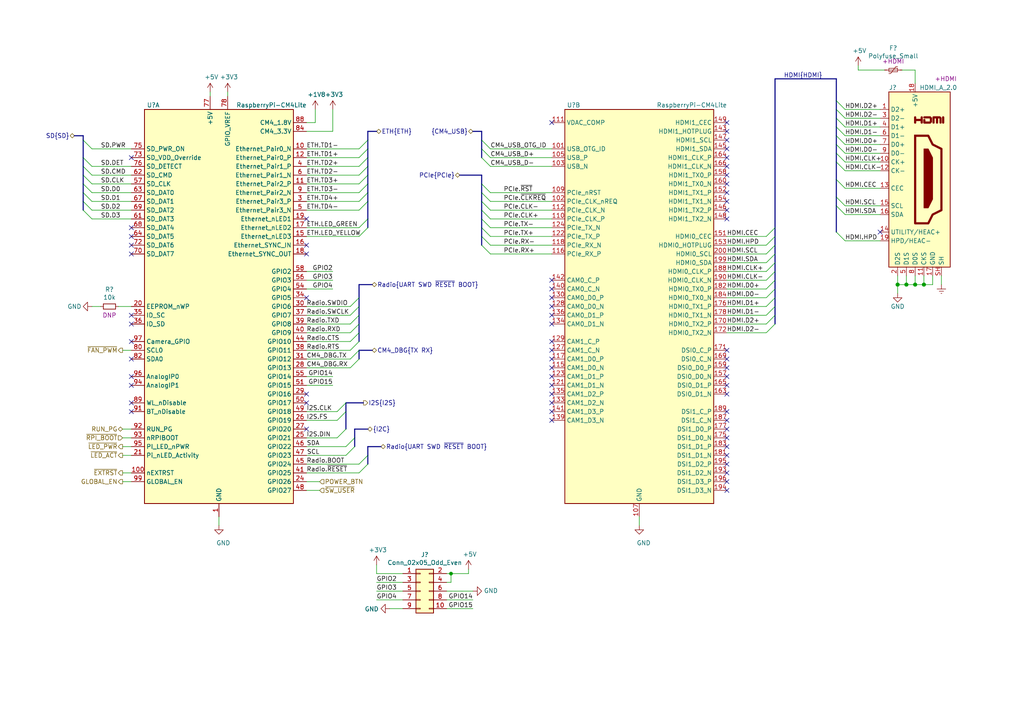
<source format=kicad_sch>
(kicad_sch (version 20201015) (generator eeschema)
  (paper "A4")
  (bus_alias "UART" (members "TXD" "RXD" "CTS" "RTS"))
  (bus_alias "HDMI" (members "D0+" "D0-" "D1+" "D1-" "D2+" "D2-" "CLK+" "CLK-" "CEC" "HPD" "SDA" "SCL"))
  (bus_alias "SD" (members "D[0..3]" "CMD" "CLK" "PWR" "DET"))
  (bus_alias "PCIe" (members "~RST" "~CLKREQ" "CLK+" "CLK-" "TX+" "TX-" "RX+" "RX-"))
  (junction (at 130.81 166.37) (diameter 0.9144))
  (junction (at 260.35 82.55) (diameter 1.016))
  (junction (at 262.89 82.55) (diameter 1.016))
  (junction (at 265.43 82.55) (diameter 1.016))
  (junction (at 267.97 82.55) (diameter 1.016))
  (no_connect (at 38.1 45.72))
  (no_connect (at 38.1 66.04))
  (no_connect (at 38.1 68.58))
  (no_connect (at 38.1 71.12))
  (no_connect (at 38.1 73.66))
  (no_connect (at 38.1 91.44))
  (no_connect (at 38.1 93.98))
  (no_connect (at 38.1 99.06))
  (no_connect (at 38.1 104.14))
  (no_connect (at 38.1 109.22))
  (no_connect (at 38.1 111.76))
  (no_connect (at 38.1 116.84))
  (no_connect (at 38.1 119.38))
  (no_connect (at 88.9 63.5))
  (no_connect (at 88.9 71.12))
  (no_connect (at 88.9 73.66))
  (no_connect (at 88.9 86.36))
  (no_connect (at 88.9 114.3))
  (no_connect (at 88.9 116.84))
  (no_connect (at 88.9 124.46))
  (no_connect (at 160.02 35.56))
  (no_connect (at 160.02 81.28))
  (no_connect (at 160.02 83.82))
  (no_connect (at 160.02 86.36))
  (no_connect (at 160.02 88.9))
  (no_connect (at 160.02 91.44))
  (no_connect (at 160.02 93.98))
  (no_connect (at 160.02 99.06))
  (no_connect (at 160.02 101.6))
  (no_connect (at 160.02 104.14))
  (no_connect (at 160.02 106.68))
  (no_connect (at 160.02 109.22))
  (no_connect (at 160.02 111.76))
  (no_connect (at 160.02 114.3))
  (no_connect (at 160.02 116.84))
  (no_connect (at 160.02 119.38))
  (no_connect (at 160.02 121.92))
  (no_connect (at 210.82 35.56))
  (no_connect (at 210.82 38.1))
  (no_connect (at 210.82 40.64))
  (no_connect (at 210.82 43.18))
  (no_connect (at 210.82 45.72))
  (no_connect (at 210.82 48.26))
  (no_connect (at 210.82 50.8))
  (no_connect (at 210.82 53.34))
  (no_connect (at 210.82 55.88))
  (no_connect (at 210.82 58.42))
  (no_connect (at 210.82 60.96))
  (no_connect (at 210.82 63.5))
  (no_connect (at 210.82 101.6))
  (no_connect (at 210.82 104.14))
  (no_connect (at 210.82 106.68))
  (no_connect (at 210.82 109.22))
  (no_connect (at 210.82 111.76))
  (no_connect (at 210.82 114.3))
  (no_connect (at 210.82 119.38))
  (no_connect (at 210.82 121.92))
  (no_connect (at 210.82 124.46))
  (no_connect (at 210.82 127))
  (no_connect (at 210.82 129.54))
  (no_connect (at 210.82 132.08))
  (no_connect (at 210.82 134.62))
  (no_connect (at 210.82 137.16))
  (no_connect (at 210.82 139.7))
  (no_connect (at 210.82 142.24))
  (no_connect (at 255.27 67.31))
  (bus_entry (at 24.13 40.64) (size 2.54 2.54) (stroke (width 0.1524)))
  (bus_entry (at 24.13 45.72) (size 2.54 2.54) (stroke (width 0.1524)))
  (bus_entry (at 24.13 48.26) (size 2.54 2.54) (stroke (width 0.1524)))
  (bus_entry (at 24.13 50.8) (size 2.54 2.54) (stroke (width 0.1524)))
  (bus_entry (at 24.13 53.34) (size 2.54 2.54) (stroke (width 0.1524)))
  (bus_entry (at 24.13 55.88) (size 2.54 2.54) (stroke (width 0.1524)))
  (bus_entry (at 24.13 58.42) (size 2.54 2.54) (stroke (width 0.1524)))
  (bus_entry (at 24.13 60.96) (size 2.54 2.54) (stroke (width 0.1524)))
  (bus_entry (at 100.33 116.84) (size -2.54 2.54) (stroke (width 0.1524)))
  (bus_entry (at 100.33 119.38) (size -2.54 2.54) (stroke (width 0.1524)))
  (bus_entry (at 100.33 124.46) (size -2.54 2.54) (stroke (width 0.1524)))
  (bus_entry (at 102.87 127) (size -2.54 2.54) (stroke (width 0.1524)))
  (bus_entry (at 102.87 129.54) (size -2.54 2.54) (stroke (width 0.1524)))
  (bus_entry (at 104.14 43.18) (size 2.54 -2.54) (stroke (width 0.1524)))
  (bus_entry (at 104.14 45.72) (size 2.54 -2.54) (stroke (width 0.1524)))
  (bus_entry (at 104.14 48.26) (size 2.54 -2.54) (stroke (width 0.1524)))
  (bus_entry (at 104.14 50.8) (size 2.54 -2.54) (stroke (width 0.1524)))
  (bus_entry (at 104.14 53.34) (size 2.54 -2.54) (stroke (width 0.1524)))
  (bus_entry (at 104.14 55.88) (size 2.54 -2.54) (stroke (width 0.1524)))
  (bus_entry (at 104.14 58.42) (size 2.54 -2.54) (stroke (width 0.1524)))
  (bus_entry (at 104.14 60.96) (size 2.54 -2.54) (stroke (width 0.1524)))
  (bus_entry (at 104.14 66.04) (size 2.54 -2.54) (stroke (width 0.1524)))
  (bus_entry (at 104.14 68.58) (size 2.54 -2.54) (stroke (width 0.1524)))
  (bus_entry (at 104.14 86.36) (size -2.54 2.54) (stroke (width 0.1524)))
  (bus_entry (at 104.14 88.9) (size -2.54 2.54) (stroke (width 0.1524)))
  (bus_entry (at 104.14 91.44) (size -2.54 2.54) (stroke (width 0.1524)))
  (bus_entry (at 104.14 93.98) (size -2.54 2.54) (stroke (width 0.1524)))
  (bus_entry (at 104.14 96.52) (size -2.54 2.54) (stroke (width 0.1524)))
  (bus_entry (at 104.14 99.06) (size -2.54 2.54) (stroke (width 0.1524)))
  (bus_entry (at 104.14 101.6) (size -2.54 2.54) (stroke (width 0.1524)))
  (bus_entry (at 104.14 104.14) (size -2.54 2.54) (stroke (width 0.1524)))
  (bus_entry (at 106.68 132.08) (size -2.54 2.54) (stroke (width 0.1524)))
  (bus_entry (at 106.68 134.62) (size -2.54 2.54) (stroke (width 0.1524)))
  (bus_entry (at 139.7 40.64) (size 2.54 2.54) (stroke (width 0.1524)))
  (bus_entry (at 139.7 43.18) (size 2.54 2.54) (stroke (width 0.1524)))
  (bus_entry (at 139.7 45.72) (size 2.54 2.54) (stroke (width 0.1524)))
  (bus_entry (at 139.7 53.34) (size 2.54 2.54) (stroke (width 0.1524)))
  (bus_entry (at 139.7 55.88) (size 2.54 2.54) (stroke (width 0.1524)))
  (bus_entry (at 139.7 58.42) (size 2.54 2.54) (stroke (width 0.1524)))
  (bus_entry (at 139.7 60.96) (size 2.54 2.54) (stroke (width 0.1524)))
  (bus_entry (at 139.7 63.5) (size 2.54 2.54) (stroke (width 0.1524)))
  (bus_entry (at 139.7 66.04) (size 2.54 2.54) (stroke (width 0.1524)))
  (bus_entry (at 139.7 68.58) (size 2.54 2.54) (stroke (width 0.1524)))
  (bus_entry (at 139.7 71.12) (size 2.54 2.54) (stroke (width 0.1524)))
  (bus_entry (at 224.79 66.04) (size -2.54 2.54) (stroke (width 0.1524)))
  (bus_entry (at 224.79 68.58) (size -2.54 2.54) (stroke (width 0.1524)))
  (bus_entry (at 224.79 71.12) (size -2.54 2.54) (stroke (width 0.1524)))
  (bus_entry (at 224.79 73.66) (size -2.54 2.54) (stroke (width 0.1524)))
  (bus_entry (at 224.79 76.2) (size -2.54 2.54) (stroke (width 0.1524)))
  (bus_entry (at 224.79 78.74) (size -2.54 2.54) (stroke (width 0.1524)))
  (bus_entry (at 224.79 81.28) (size -2.54 2.54) (stroke (width 0.1524)))
  (bus_entry (at 224.79 83.82) (size -2.54 2.54) (stroke (width 0.1524)))
  (bus_entry (at 224.79 86.36) (size -2.54 2.54) (stroke (width 0.1524)))
  (bus_entry (at 224.79 88.9) (size -2.54 2.54) (stroke (width 0.1524)))
  (bus_entry (at 224.79 91.44) (size -2.54 2.54) (stroke (width 0.1524)))
  (bus_entry (at 224.79 93.98) (size -2.54 2.54) (stroke (width 0.1524)))
  (bus_entry (at 242.57 29.21) (size 2.54 2.54) (stroke (width 0.1524)))
  (bus_entry (at 242.57 31.75) (size 2.54 2.54) (stroke (width 0.1524)))
  (bus_entry (at 242.57 34.29) (size 2.54 2.54) (stroke (width 0.1524)))
  (bus_entry (at 242.57 36.83) (size 2.54 2.54) (stroke (width 0.1524)))
  (bus_entry (at 242.57 39.37) (size 2.54 2.54) (stroke (width 0.1524)))
  (bus_entry (at 242.57 41.91) (size 2.54 2.54) (stroke (width 0.1524)))
  (bus_entry (at 242.57 44.45) (size 2.54 2.54) (stroke (width 0.1524)))
  (bus_entry (at 242.57 46.99) (size 2.54 2.54) (stroke (width 0.1524)))
  (bus_entry (at 242.57 52.07) (size 2.54 2.54) (stroke (width 0.1524)))
  (bus_entry (at 242.57 57.15) (size 2.54 2.54) (stroke (width 0.1524)))
  (bus_entry (at 242.57 59.69) (size 2.54 2.54) (stroke (width 0.1524)))
  (bus_entry (at 242.57 67.31) (size 2.54 2.54) (stroke (width 0.1524)))
  (wire (pts (xy 26.67 43.18) (xy 38.1 43.18)))
  (wire (pts (xy 26.67 48.26) (xy 38.1 48.26)))
  (wire (pts (xy 26.67 50.8) (xy 38.1 50.8)))
  (wire (pts (xy 26.67 53.34) (xy 38.1 53.34)))
  (wire (pts (xy 26.67 55.88) (xy 38.1 55.88)))
  (wire (pts (xy 26.67 58.42) (xy 38.1 58.42)))
  (wire (pts (xy 26.67 60.96) (xy 38.1 60.96)))
  (wire (pts (xy 26.67 63.5) (xy 38.1 63.5)))
  (wire (pts (xy 26.67 88.9) (xy 29.21 88.9)))
  (wire (pts (xy 34.29 88.9) (xy 38.1 88.9)))
  (wire (pts (xy 35.56 101.6) (xy 38.1 101.6)))
  (wire (pts (xy 35.56 124.46) (xy 38.1 124.46)))
  (wire (pts (xy 35.56 127) (xy 38.1 127)))
  (wire (pts (xy 35.56 129.54) (xy 38.1 129.54)))
  (wire (pts (xy 35.56 132.08) (xy 38.1 132.08)))
  (wire (pts (xy 35.56 137.16) (xy 38.1 137.16)))
  (wire (pts (xy 35.56 139.7) (xy 38.1 139.7)))
  (wire (pts (xy 60.96 26.67) (xy 60.96 27.94)))
  (wire (pts (xy 63.5 149.86) (xy 63.5 152.4)))
  (wire (pts (xy 66.04 26.67) (xy 66.04 27.94)))
  (wire (pts (xy 88.9 35.56) (xy 91.44 35.56)))
  (wire (pts (xy 88.9 38.1) (xy 96.52 38.1)))
  (wire (pts (xy 88.9 43.18) (xy 104.14 43.18)))
  (wire (pts (xy 88.9 45.72) (xy 104.14 45.72)))
  (wire (pts (xy 88.9 48.26) (xy 104.14 48.26)))
  (wire (pts (xy 88.9 50.8) (xy 104.14 50.8)))
  (wire (pts (xy 88.9 53.34) (xy 104.14 53.34)))
  (wire (pts (xy 88.9 55.88) (xy 104.14 55.88)))
  (wire (pts (xy 88.9 58.42) (xy 104.14 58.42)))
  (wire (pts (xy 88.9 60.96) (xy 104.14 60.96)))
  (wire (pts (xy 88.9 66.04) (xy 104.14 66.04)))
  (wire (pts (xy 88.9 68.58) (xy 104.14 68.58)))
  (wire (pts (xy 88.9 88.9) (xy 101.6 88.9)))
  (wire (pts (xy 88.9 91.44) (xy 101.6 91.44)))
  (wire (pts (xy 88.9 93.98) (xy 101.6 93.98)))
  (wire (pts (xy 88.9 96.52) (xy 101.6 96.52)))
  (wire (pts (xy 88.9 99.06) (xy 101.6 99.06)))
  (wire (pts (xy 88.9 101.6) (xy 101.6 101.6)))
  (wire (pts (xy 88.9 104.14) (xy 101.6 104.14)))
  (wire (pts (xy 88.9 106.68) (xy 101.6 106.68)))
  (wire (pts (xy 88.9 109.22) (xy 96.52 109.22)))
  (wire (pts (xy 88.9 111.76) (xy 96.52 111.76)))
  (wire (pts (xy 88.9 119.38) (xy 97.79 119.38)))
  (wire (pts (xy 88.9 121.92) (xy 97.79 121.92)))
  (wire (pts (xy 88.9 127) (xy 97.79 127)))
  (wire (pts (xy 88.9 129.54) (xy 100.33 129.54)))
  (wire (pts (xy 88.9 132.08) (xy 100.33 132.08)))
  (wire (pts (xy 88.9 134.62) (xy 104.14 134.62)))
  (wire (pts (xy 88.9 137.16) (xy 104.14 137.16)))
  (wire (pts (xy 88.9 139.7) (xy 92.71 139.7)))
  (wire (pts (xy 88.9 142.24) (xy 92.71 142.24)))
  (wire (pts (xy 91.44 35.56) (xy 91.44 31.75)))
  (wire (pts (xy 96.52 38.1) (xy 96.52 31.75)))
  (wire (pts (xy 96.52 78.74) (xy 88.9 78.74)))
  (wire (pts (xy 96.52 81.28) (xy 88.9 81.28)))
  (wire (pts (xy 96.52 83.82) (xy 88.9 83.82)))
  (wire (pts (xy 109.22 166.37) (xy 109.22 163.83)))
  (wire (pts (xy 109.22 168.91) (xy 116.84 168.91)))
  (wire (pts (xy 109.22 171.45) (xy 116.84 171.45)))
  (wire (pts (xy 109.22 173.99) (xy 116.84 173.99)))
  (wire (pts (xy 113.03 176.53) (xy 116.84 176.53)))
  (wire (pts (xy 116.84 166.37) (xy 109.22 166.37)))
  (wire (pts (xy 129.54 166.37) (xy 130.81 166.37)))
  (wire (pts (xy 129.54 168.91) (xy 130.81 168.91)))
  (wire (pts (xy 129.54 171.45) (xy 137.16 171.45)))
  (wire (pts (xy 129.54 173.99) (xy 137.16 173.99)))
  (wire (pts (xy 129.54 176.53) (xy 137.16 176.53)))
  (wire (pts (xy 130.81 166.37) (xy 135.89 166.37)))
  (wire (pts (xy 130.81 168.91) (xy 130.81 166.37)))
  (wire (pts (xy 135.89 166.37) (xy 135.89 165.1)))
  (wire (pts (xy 142.24 43.18) (xy 160.02 43.18)))
  (wire (pts (xy 142.24 45.72) (xy 160.02 45.72)))
  (wire (pts (xy 142.24 48.26) (xy 160.02 48.26)))
  (wire (pts (xy 142.24 55.88) (xy 160.02 55.88)))
  (wire (pts (xy 142.24 58.42) (xy 160.02 58.42)))
  (wire (pts (xy 142.24 60.96) (xy 160.02 60.96)))
  (wire (pts (xy 142.24 63.5) (xy 160.02 63.5)))
  (wire (pts (xy 142.24 66.04) (xy 160.02 66.04)))
  (wire (pts (xy 142.24 68.58) (xy 160.02 68.58)))
  (wire (pts (xy 142.24 71.12) (xy 160.02 71.12)))
  (wire (pts (xy 142.24 73.66) (xy 160.02 73.66)))
  (wire (pts (xy 185.42 149.86) (xy 185.42 152.4)))
  (wire (pts (xy 210.82 68.58) (xy 222.25 68.58)))
  (wire (pts (xy 210.82 71.12) (xy 222.25 71.12)))
  (wire (pts (xy 210.82 73.66) (xy 222.25 73.66)))
  (wire (pts (xy 210.82 76.2) (xy 222.25 76.2)))
  (wire (pts (xy 210.82 78.74) (xy 222.25 78.74)))
  (wire (pts (xy 210.82 81.28) (xy 222.25 81.28)))
  (wire (pts (xy 210.82 83.82) (xy 222.25 83.82)))
  (wire (pts (xy 210.82 86.36) (xy 222.25 86.36)))
  (wire (pts (xy 210.82 88.9) (xy 222.25 88.9)))
  (wire (pts (xy 210.82 91.44) (xy 222.25 91.44)))
  (wire (pts (xy 210.82 93.98) (xy 222.25 93.98)))
  (wire (pts (xy 210.82 96.52) (xy 222.25 96.52)))
  (wire (pts (xy 245.11 31.75) (xy 255.27 31.75)))
  (wire (pts (xy 245.11 34.29) (xy 255.27 34.29)))
  (wire (pts (xy 245.11 36.83) (xy 255.27 36.83)))
  (wire (pts (xy 245.11 39.37) (xy 255.27 39.37)))
  (wire (pts (xy 245.11 41.91) (xy 255.27 41.91)))
  (wire (pts (xy 245.11 44.45) (xy 255.27 44.45)))
  (wire (pts (xy 245.11 46.99) (xy 255.27 46.99)))
  (wire (pts (xy 245.11 49.53) (xy 255.27 49.53)))
  (wire (pts (xy 245.11 54.61) (xy 255.27 54.61)))
  (wire (pts (xy 245.11 59.69) (xy 255.27 59.69)))
  (wire (pts (xy 245.11 62.23) (xy 255.27 62.23)))
  (wire (pts (xy 245.11 69.85) (xy 255.27 69.85)))
  (wire (pts (xy 248.92 20.32) (xy 248.92 19.05)))
  (wire (pts (xy 256.54 20.32) (xy 248.92 20.32)))
  (wire (pts (xy 260.35 80.01) (xy 260.35 82.55)))
  (wire (pts (xy 260.35 82.55) (xy 260.35 85.09)))
  (wire (pts (xy 260.35 82.55) (xy 262.89 82.55)))
  (wire (pts (xy 262.89 82.55) (xy 262.89 80.01)))
  (wire (pts (xy 262.89 82.55) (xy 265.43 82.55)))
  (wire (pts (xy 265.43 20.32) (xy 261.62 20.32)))
  (wire (pts (xy 265.43 24.13) (xy 265.43 20.32)))
  (wire (pts (xy 265.43 82.55) (xy 265.43 80.01)))
  (wire (pts (xy 265.43 82.55) (xy 267.97 82.55)))
  (wire (pts (xy 267.97 82.55) (xy 267.97 80.01)))
  (wire (pts (xy 267.97 82.55) (xy 270.51 82.55)))
  (wire (pts (xy 270.51 82.55) (xy 270.51 80.01)))
  (wire (pts (xy 273.05 82.55) (xy 273.05 80.01)))
  (bus (pts (xy 21.59 39.37) (xy 24.13 39.37)))
  (bus (pts (xy 24.13 40.64) (xy 24.13 39.37)))
  (bus (pts (xy 24.13 45.72) (xy 24.13 40.64)))
  (bus (pts (xy 24.13 48.26) (xy 24.13 45.72)))
  (bus (pts (xy 24.13 50.8) (xy 24.13 48.26)))
  (bus (pts (xy 24.13 53.34) (xy 24.13 50.8)))
  (bus (pts (xy 24.13 55.88) (xy 24.13 53.34)))
  (bus (pts (xy 24.13 58.42) (xy 24.13 55.88)))
  (bus (pts (xy 24.13 60.96) (xy 24.13 58.42)))
  (bus (pts (xy 100.33 116.84) (xy 100.33 119.38)))
  (bus (pts (xy 100.33 119.38) (xy 100.33 124.46)))
  (bus (pts (xy 102.87 124.46) (xy 102.87 127)))
  (bus (pts (xy 102.87 127) (xy 102.87 129.54)))
  (bus (pts (xy 104.14 82.55) (xy 104.14 86.36)))
  (bus (pts (xy 104.14 86.36) (xy 104.14 88.9)))
  (bus (pts (xy 104.14 88.9) (xy 104.14 91.44)))
  (bus (pts (xy 104.14 91.44) (xy 104.14 93.98)))
  (bus (pts (xy 104.14 93.98) (xy 104.14 96.52)))
  (bus (pts (xy 104.14 96.52) (xy 104.14 99.06)))
  (bus (pts (xy 104.14 101.6) (xy 107.95 101.6)))
  (bus (pts (xy 104.14 104.14) (xy 104.14 101.6)))
  (bus (pts (xy 105.41 116.84) (xy 100.33 116.84)))
  (bus (pts (xy 106.68 38.1) (xy 109.22 38.1)))
  (bus (pts (xy 106.68 40.64) (xy 106.68 38.1)))
  (bus (pts (xy 106.68 43.18) (xy 106.68 40.64)))
  (bus (pts (xy 106.68 45.72) (xy 106.68 43.18)))
  (bus (pts (xy 106.68 48.26) (xy 106.68 45.72)))
  (bus (pts (xy 106.68 50.8) (xy 106.68 48.26)))
  (bus (pts (xy 106.68 53.34) (xy 106.68 50.8)))
  (bus (pts (xy 106.68 55.88) (xy 106.68 53.34)))
  (bus (pts (xy 106.68 58.42) (xy 106.68 55.88)))
  (bus (pts (xy 106.68 63.5) (xy 106.68 58.42)))
  (bus (pts (xy 106.68 66.04) (xy 106.68 63.5)))
  (bus (pts (xy 106.68 124.46) (xy 102.87 124.46)))
  (bus (pts (xy 106.68 129.54) (xy 106.68 132.08)))
  (bus (pts (xy 106.68 132.08) (xy 106.68 134.62)))
  (bus (pts (xy 107.95 82.55) (xy 104.14 82.55)))
  (bus (pts (xy 110.49 129.54) (xy 106.68 129.54)))
  (bus (pts (xy 133.35 50.8) (xy 139.7 50.8)))
  (bus (pts (xy 137.16 38.1) (xy 139.7 38.1)))
  (bus (pts (xy 139.7 40.64) (xy 139.7 38.1)))
  (bus (pts (xy 139.7 40.64) (xy 139.7 43.18)))
  (bus (pts (xy 139.7 43.18) (xy 139.7 45.72)))
  (bus (pts (xy 139.7 53.34) (xy 139.7 50.8)))
  (bus (pts (xy 139.7 53.34) (xy 139.7 55.88)))
  (bus (pts (xy 139.7 55.88) (xy 139.7 58.42)))
  (bus (pts (xy 139.7 58.42) (xy 139.7 60.96)))
  (bus (pts (xy 139.7 60.96) (xy 139.7 63.5)))
  (bus (pts (xy 139.7 63.5) (xy 139.7 66.04)))
  (bus (pts (xy 139.7 66.04) (xy 139.7 68.58)))
  (bus (pts (xy 139.7 68.58) (xy 139.7 71.12)))
  (bus (pts (xy 224.79 22.86) (xy 224.79 66.04)))
  (bus (pts (xy 224.79 66.04) (xy 224.79 68.58)))
  (bus (pts (xy 224.79 68.58) (xy 224.79 71.12)))
  (bus (pts (xy 224.79 71.12) (xy 224.79 73.66)))
  (bus (pts (xy 224.79 73.66) (xy 224.79 76.2)))
  (bus (pts (xy 224.79 76.2) (xy 224.79 78.74)))
  (bus (pts (xy 224.79 78.74) (xy 224.79 81.28)))
  (bus (pts (xy 224.79 81.28) (xy 224.79 83.82)))
  (bus (pts (xy 224.79 83.82) (xy 224.79 86.36)))
  (bus (pts (xy 224.79 86.36) (xy 224.79 88.9)))
  (bus (pts (xy 224.79 88.9) (xy 224.79 91.44)))
  (bus (pts (xy 224.79 91.44) (xy 224.79 93.98)))
  (bus (pts (xy 242.57 22.86) (xy 224.79 22.86)))
  (bus (pts (xy 242.57 29.21) (xy 242.57 22.86)))
  (bus (pts (xy 242.57 31.75) (xy 242.57 29.21)))
  (bus (pts (xy 242.57 34.29) (xy 242.57 31.75)))
  (bus (pts (xy 242.57 36.83) (xy 242.57 34.29)))
  (bus (pts (xy 242.57 39.37) (xy 242.57 36.83)))
  (bus (pts (xy 242.57 41.91) (xy 242.57 39.37)))
  (bus (pts (xy 242.57 44.45) (xy 242.57 41.91)))
  (bus (pts (xy 242.57 46.99) (xy 242.57 44.45)))
  (bus (pts (xy 242.57 52.07) (xy 242.57 46.99)))
  (bus (pts (xy 242.57 57.15) (xy 242.57 52.07)))
  (bus (pts (xy 242.57 59.69) (xy 242.57 57.15)))
  (bus (pts (xy 242.57 67.31) (xy 242.57 59.69)))
  (label "SD.PWR" (at 29.21 43.18 0))
  (label "SD.DET" (at 29.21 48.26 0))
  (label "SD.CMD" (at 29.21 50.8 0))
  (label "SD.CLK" (at 29.21 53.34 0))
  (label "SD.D0" (at 29.21 55.88 0))
  (label "SD.D1" (at 29.21 58.42 0))
  (label "SD.D2" (at 29.21 60.96 0))
  (label "SD.D3" (at 29.21 63.5 0))
  (label "ETH.TD1-" (at 88.9 43.18 0))
  (label "ETH.TD1+" (at 88.9 45.72 0))
  (label "ETH.TD2+" (at 88.9 48.26 0))
  (label "ETH.TD2-" (at 88.9 50.8 0))
  (label "ETH.TD3+" (at 88.9 53.34 0))
  (label "ETH.TD3-" (at 88.9 55.88 0))
  (label "ETH.TD4+" (at 88.9 58.42 0))
  (label "ETH.TD4-" (at 88.9 60.96 0))
  (label "ETH.LED_GREEN" (at 88.9 66.04 0))
  (label "ETH.LED_YELLOW" (at 88.9 68.58 0))
  (label "Radio.SWDIO" (at 88.9 88.9 0))
  (label "Radio.SWCLK" (at 88.9 91.44 0))
  (label "Radio.TXD" (at 88.9 93.98 0))
  (label "Radio.RXD" (at 88.9 96.52 0))
  (label "Radio.CTS" (at 88.9 99.06 0))
  (label "Radio.RTS" (at 88.9 101.6 0))
  (label "CM4_DBG.TX" (at 88.9 104.14 0))
  (label "CM4_DBG.RX" (at 88.9 106.68 0))
  (label "I2S.CLK" (at 88.9 119.38 0))
  (label "I2S.FS" (at 88.9 121.92 0))
  (label "I2S.DIN" (at 88.9 127 0))
  (label "Radio.BOOT" (at 88.9 134.62 0))
  (label "Radio.~RESET" (at 88.9 137.16 0))
  (label "SDA" (at 92.71 129.54 180))
  (label "SCL" (at 92.71 132.08 180))
  (label "GPIO2" (at 96.52 78.74 180))
  (label "GPIO3" (at 96.52 81.28 180))
  (label "GPIO4" (at 96.52 83.82 180))
  (label "GPIO14" (at 96.52 109.22 180))
  (label "GPIO15" (at 96.52 111.76 180))
  (label "GPIO2" (at 109.22 168.91 0))
  (label "GPIO3" (at 109.22 171.45 0))
  (label "GPIO4" (at 109.22 173.99 0))
  (label "GPIO14" (at 137.16 173.99 180))
  (label "GPIO15" (at 137.16 176.53 180))
  (label "CM4_USB_OTG_ID" (at 142.24 43.18 0))
  (label "CM4_USB_D+" (at 142.24 45.72 0))
  (label "CM4_USB_D-" (at 142.24 48.26 0))
  (label "PCIe.~RST" (at 146.05 55.88 0))
  (label "PCIe.~CLKREQ" (at 146.05 58.42 0))
  (label "PCIe.CLK-" (at 146.05 60.96 0))
  (label "PCIe.CLK+" (at 146.05 63.5 0))
  (label "PCIe.TX-" (at 146.05 66.04 0))
  (label "PCIe.TX+" (at 146.05 68.58 0))
  (label "PCIe.RX-" (at 146.05 71.12 0))
  (label "PCIe.RX+" (at 146.05 73.66 0))
  (label "HDMI.CEC" (at 210.82 68.58 0))
  (label "HDMI.HPD" (at 210.82 71.12 0))
  (label "HDMI.SCL" (at 210.82 73.66 0))
  (label "HDMI.SDA" (at 210.82 76.2 0))
  (label "HDMI.CLK+" (at 210.82 78.74 0))
  (label "HDMI.CLK-" (at 210.82 81.28 0))
  (label "HDMI.D0+" (at 210.82 83.82 0))
  (label "HDMI.D0-" (at 210.82 86.36 0))
  (label "HDMI.D1+" (at 210.82 88.9 0))
  (label "HDMI.D1-" (at 210.82 91.44 0))
  (label "HDMI.D2+" (at 210.82 93.98 0))
  (label "HDMI.D2-" (at 210.82 96.52 0))
  (label "HDMI{HDMI}" (at 227.33 22.86 0))
  (label "HDMI.D2+" (at 245.11 31.75 0))
  (label "HDMI.D2-" (at 245.11 34.29 0))
  (label "HDMI.D1+" (at 245.11 36.83 0))
  (label "HDMI.D1-" (at 245.11 39.37 0))
  (label "HDMI.D0+" (at 245.11 41.91 0))
  (label "HDMI.D0-" (at 245.11 44.45 0))
  (label "HDMI.CLK+" (at 245.11 46.99 0))
  (label "HDMI.CLK-" (at 245.11 49.53 0))
  (label "HDMI.CEC" (at 245.11 54.61 0))
  (label "HDMI.SCL" (at 245.11 59.69 0))
  (label "HDMI.SDA" (at 245.11 62.23 0))
  (label "HDMI.HPD" (at 245.11 69.85 0))
  (hierarchical_label "SD{SD}" (shape bidirectional) (at 21.59 39.37 180))
  (hierarchical_label "~FAN_PWM" (shape output) (at 35.56 101.6 180))
  (hierarchical_label "RUN_PG" (shape bidirectional) (at 35.56 124.46 180))
  (hierarchical_label "~RPI_BOOT" (shape input) (at 35.56 127 180))
  (hierarchical_label "~LED_PWR" (shape output) (at 35.56 129.54 180))
  (hierarchical_label "~LED_ACT" (shape output) (at 35.56 132.08 180))
  (hierarchical_label "~EXTRST" (shape output) (at 35.56 137.16 180))
  (hierarchical_label "GLOBAL_EN" (shape output) (at 35.56 139.7 180))
  (hierarchical_label "POWER_BTN" (shape input) (at 92.71 139.7 0))
  (hierarchical_label "~SW_USER" (shape input) (at 92.71 142.24 0))
  (hierarchical_label "I2S{I2S}" (shape output) (at 105.41 116.84 0))
  (hierarchical_label "{I2C}" (shape bidirectional) (at 106.68 124.46 0))
  (hierarchical_label "Radio{UART SWD ~RESET BOOT}" (shape bidirectional) (at 107.95 82.55 0))
  (hierarchical_label "CM4_DBG{TX RX}" (shape bidirectional) (at 107.95 101.6 0))
  (hierarchical_label "ETH{ETH}" (shape bidirectional) (at 109.22 38.1 0))
  (hierarchical_label "Radio{UART SWD ~RESET BOOT}" (shape bidirectional) (at 110.49 129.54 0))
  (hierarchical_label "PCIe{PCIe}" (shape bidirectional) (at 133.35 50.8 180))
  (hierarchical_label "{CM4_USB}" (shape bidirectional) (at 137.16 38.1 180))
  (symbol (lib_id "power:+5V") (at 60.96 26.67 0) (unit 1)
    (property "Reference" "#PWR0105" (effects hide))
    (property "Value" "+5V" (at 61.3283 22.3456 0))
  )
  (symbol (lib_id "power:+3V3") (at 66.04 26.67 0) (unit 1)
    (property "Reference" "#PWR0106" (effects hide))
    (property "Value" "+3V3" (at 66.4083 22.3456 0))
  )
  (symbol (lib_id "power:+1V8") (at 91.44 31.75 0) (unit 1)
    (property "Reference" "#PWR0107" (effects hide))
    (property "Value" "+1V8" (at 91.8083 27.4256 0))
  )
  (symbol (lib_id "power:+3V3") (at 96.52 31.75 0) (unit 1)
    (property "Reference" "#PWR0108" (effects hide))
    (property "Value" "+3V3" (at 96.8883 27.4256 0))
  )
  (symbol (lib_id "power:+3V3") (at 109.22 163.83 0) (unit 1)
    (property "Reference" "#PWR0111" (effects hide))
    (property "Value" "+3V3" (at 109.5883 159.5056 0))
  )
  (symbol (lib_id "power:+5V") (at 135.89 165.1 0) (unit 1)
    (property "Reference" "#PWR0112" (effects hide))
    (property "Value" "+5V" (at 136.2583 160.7756 0))
  )
  (symbol (lib_id "power:+5V") (at 248.92 19.05 0) (unit 1)
    (property "Reference" "#PWR0103" (effects hide))
    (property "Value" "+5V" (at 249.2883 14.7256 0))
  )
  (symbol (lib_id "power:GND") (at 26.67 88.9 270) (unit 1)
    (property "Reference" "#PWR0104" (effects hide))
    (property "Value" "GND" (at 21.59 88.9 90))
  )
  (symbol (lib_id "power:GND") (at 63.5 152.4 0) (unit 1)
    (property "Reference" "#PWR0109" (effects hide))
    (property "Value" "GND" (at 64.77 157.48 0))
  )
  (symbol (lib_id "power:GND") (at 113.03 176.53 270) (unit 1)
    (property "Reference" "#PWR0110" (effects hide))
    (property "Value" "GND" (at 109.855 176.6443 90) (effects (justify right)))
  )
  (symbol (lib_id "power:GND") (at 137.16 171.45 90) (unit 1)
    (property "Reference" "#PWR0113" (effects hide))
    (property "Value" "GND" (at 140.3351 171.3357 90) (effects (justify right)))
  )
  (symbol (lib_id "power:GND") (at 185.42 152.4 0) (unit 1)
    (property "Reference" "#PWR0114" (effects hide))
    (property "Value" "GND" (at 186.69 157.48 0))
  )
  (symbol (lib_id "power:GND") (at 260.35 85.09 0) (unit 1)
    (property "Reference" "#PWR0101" (effects hide))
    (property "Value" "GND" (at 260.35 88.9 0))
  )
  (symbol (lib_id "power:Earth") (at 273.05 82.55 0) (unit 1)
    (property "Reference" "#PWR0102" (effects hide))
    (property "Value" "Earth" (effects hide))
  )
  (symbol (lib_id "Device:R_Small") (at 31.75 88.9 90) (unit 1)
    (property "Reference" "R?" (at 31.75 83.9532 90))
    (property "Value" "10k" (at 31.75 86.252 90))
    (property "Config" "DNP" (at 31.75 91.44 90))
  )
  (symbol (lib_id "Device:Polyfuse_Small") (at 259.08 20.32 90) (unit 1)
    (property "Reference" "F?" (at 259.08 13.9508 90))
    (property "Value" "Polyfuse_Small" (at 259.08 16.2495 90))
    (property "Config" "+HDMI" (at 259.08 17.78 90))
  )
  (symbol (lib_id "Connector_Generic:Conn_02x05_Odd_Even") (at 121.92 171.45 0) (unit 1)
    (property "Reference" "J?" (at 123.19 160.8898 0))
    (property "Value" "Conn_02x05_Odd_Even" (at 123.19 163.1885 0))
  )
  (symbol (lib_id "Connector:HDMI_A_1.4") (at 265.43 52.07 0) (unit 1)
    (property "Reference" "J?" (at 257.81 25.4 0) (effects (justify left)))
    (property "Value" "HDMI_A_2.0" (at 266.7 25.4 0) (effects (justify left)))
    (property "Footprint" "LightBlue:HDMI_A_Molex_2086588131_Horizontal" (effects hide))
    (property "Datasheet" "https://en.wikipedia.org/wiki/HDMI" (effects hide))
    (property "Config" "+HDMI" (at 274.32 22.86 0))
  )
  (symbol (lib_name "LightBlue:RaspberryPi-CM4Lite_1") (lib_id "LightBlue:RaspberryPi-CM4Lite") (at 185.42 88.9 0) (unit 2)
    (property "Reference" "U?" (at 166.37 30.48 0))
    (property "Value" "RaspberryPi-CM4Lite" (at 200.66 30.48 0))
    (property "Footprint" "Module:RaspberryPi-CM4" (effects hide))
  )
  (symbol (lib_id "LightBlue:RaspberryPi-CM4Lite") (at 63.5 88.9 0) (unit 1)
    (property "Reference" "U?" (at 44.45 30.48 0))
    (property "Value" "RaspberryPi-CM4Lite" (at 78.74 30.48 0))
    (property "Footprint" "Module:RaspberryPi-CM4" (effects hide))
    (pin "76" (alternate "SD_DETECT"))
  )
)
</source>
